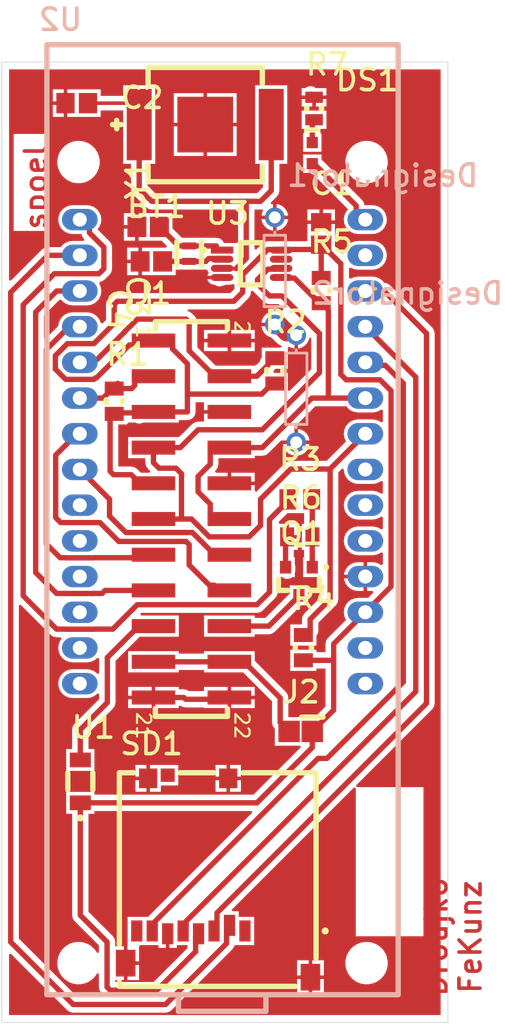
<source format=kicad_pcb>
(kicad_pcb (version 20211014) (generator pcbnew)
  (title_block (date "2022-08-23") (rev "V1") (comment 1 "MainPCB"))
  (layers (0 "F.Cu" signal "Top Layer") (31 "B.Cu" signal "Bottom Layer") (34 "B.Paste" user "Bottom Paste") (35 "F.Paste" user "Top Paste") (36 "B.SilkS" user "Bottom Overlay") (37 "F.SilkS" user "Top Overlay") (38 "B.Mask" user "Bottom Solder") (39 "F.Mask" user "Top Solder") (44 "Edge.Cuts" user))
  (net 0 "")
  (net 1 "VCC_3V3")
  (net 2 "VBAT_3V7")
  (net 3 "STEP")
  (net 4 "SDA_2")
  (net 5 "SDA_1")
  (net 6 "SCL_2")
  (net 7 "SCL_1")
  (net 8 "SCK_SPI")
  (net 9 "NetQ1_1")
  (net 10 "NetDS1_2")
  (net 11 "NetDS1_1")
  (net 12 "NetC4_2")
  (net 13 "NetC3_2")
  (net 14 "NetBT1_2")
  (net 15 "MOTOR_SUPPLY_EN")
  (net 16 "Motor_EN")
  (net 17 "MOSI")
  (net 18 "MISO")
  (net 19 "Kathode")
  (net 20 "IR_LED")
  (net 21 "GND")
  (net 22 "DIR")
  (net 23 "CS")
  (net 24 "Anode")
  (footprint "Vault:CAPC2013X140X50NL20T25" (layer "F.Cu") (at 137.960097 73.7616)
    (fp_text reference "C2" (at 3.010411 0.507754 unlocked) (layer "F.SilkS") (effects (font (size 1.524 1.524) (thickness 0.254)) (justify left bottom)))
    (fp_text value "100nF" hide)
    (pad "1" smd rect (at -0.8 0 90) (size 1.45 1.3) (layers "F.Cu" "F.Paste" "F.Mask") (net 21 "GND"))
    (pad "2" smd rect (at 0.799998 0 90) (size 1.45 1.3) (layers "F.Cu" "F.Paste" "F.Mask") (net 14 "NetBT1_2"))
  )
  (footprint "Vault:RESC2013X60X35NL10T20" (layer "F.Cu") (at 154.089097 112.5076 -90)
    (fp_text reference "R4" (at -2.6018 0.889 unlocked) (layer "F.SilkS") (effects (font (size 1.524 1.524) (thickness 0.254)) (justify left bottom)))
    (fp_text value "10k" hide)
    (pad "1" smd rect (at -0.9 0) (size 1.35 1) (layers "F.Cu" "F.Paste" "F.Mask") (net 7 "SCL_1"))
    (pad "2" smd rect (at 0.9 0) (size 1.35 1) (layers "F.Cu" "F.Paste" "F.Mask") (net 1 "VCC_3V3"))
  )
  (footprint "Vault:RESC2013X60X35LL10T20" (layer "F.Cu") (at 154.851097 74.1426 90)
    (fp_text reference "R7" (at 2.2606 -0.7366 unlocked) (layer "F.SilkS") (effects (font (size 1.524 1.524) (thickness 0.254)) (justify left bottom)))
    (fp_text value "330R" hide)
    (pad "1" smd rect (at -0.8 0 180) (size 1.25 0.8) (layers "F.Cu" "F.Paste" "F.Mask") (net 10 "NetDS1_2"))
    (pad "2" smd rect (at 0.799998 0 180) (size 1.25 0.8) (layers "F.Cu" "F.Paste" "F.Mask") (net 21 "GND"))
  )
  (footprint "Vault:DIOD-POWERDI123-2_B_V" (layer "F.Cu") (at 138.214097 122.0226 90)
    (fp_text reference "U1" (at 2.9474 -0.762 unlocked) (layer "F.SilkS") (effects (font (size 1.524 1.524) (thickness 0.254)) (justify left bottom)))
    (fp_text value "AL5809-50P1-7" hide)
    (pad "1" smd rect (at -1.525 0 90) (size 1.05 1.5) (layers "F.Cu" "F.Paste" "F.Mask") (net 1 "VCC_3V3"))
    (pad "2" smd rect (at 1.525 0 90) (size 1.05 1.5) (layers "F.Cu" "F.Paste" "F.Mask") (net 24 "Anode"))
  )
  (footprint "Vault:FP-2998-MFG" (layer "F.Cu") (at 147.104097 75.2856)
    (fp_text reference "BT1" (at -5.714423 6.730754 unlocked) (layer "F.SilkS") (effects (font (size 1.524 1.524) (thickness 0.254)) (justify left bottom)))
    (fp_text value "LR621" hide)
    (pad "1" smd rect (at 0 0) (size 3.9624 3.9624) (layers "F.Cu" "F.Paste" "F.Mask") (net 21 "GND"))
    (pad "2" smd rect (at -4.699 0) (size 1.778 5.08) (layers "F.Cu" "F.Paste" "F.Mask") (net 14 "NetBT1_2"))
    (pad "2" smd rect (at 4.699 0) (size 1.778 5.08) (layers "F.Cu" "F.Paste" "F.Mask") (net 14 "NetBT1_2"))
  )
  (footprint "Vault:FP-ABS05-MFG" (layer "F.Cu") (at 145.961097 84.4716 -90)
    (fp_text reference "Y1" (at -3.72533 2.794246 90 unlocked) (layer "F.SilkS") (effects (font (size 1.524 1.524) (thickness 0.254)) (justify left bottom)))
    (fp_text value "32.768KHZ" hide)
    (pad "1" smd rect (at -0.55 0 270) (size 0.5 1) (layers "F.Cu" "F.Paste" "F.Mask") (net 13 "NetC3_2"))
    (pad "2" smd rect (at 0.549998 0 270) (size 0.5 1) (layers "F.Cu" "F.Paste" "F.Mask") (net 12 "NetC4_2"))
  )
  (footprint "Vault:RESC2013X60X35NL10T20" (layer "F.Cu") (at 152.057097 92.8116 -90)
    (fp_text reference "R2" (at -2.5908 0.889 unlocked) (layer "F.SilkS") (effects (font (size 1.524 1.524) (thickness 0.254)) (justify left bottom)))
    (fp_text value "10k" hide)
    (pad "1" smd rect (at -0.9 0) (size 1.35 1) (layers "F.Cu" "F.Paste" "F.Mask") (net 4 "SDA_2"))
    (pad "2" smd rect (at 0.899998 0) (size 1.35 1) (layers "F.Cu" "F.Paste" "F.Mask") (net 1 "VCC_3V3"))
  )
  (footprint "Vault:RESC2013X60X35NL10T20" (layer "F.Cu") (at 153.835097 104.6226)
    (fp_text reference "R6" (at -1.5748 -1.905 unlocked) (layer "F.SilkS") (effects (font (size 1.524 1.524) (thickness 0.254)) (justify left bottom)))
    (fp_text value "n.c." hide)
    (pad "1" smd rect (at -0.9 0 90) (size 1.35 1) (layers "F.Cu" "F.Paste" "F.Mask") (net 21 "GND"))
    (pad "2" smd rect (at 0.899998 0 90) (size 1.35 1) (layers "F.Cu" "F.Paste" "F.Mask") (net 9 "NetQ1_1"))
  )
  (footprint "Vault:CAPC2013X140X50NL20T25" (layer "F.Cu") (at 155.359097 83.0326 -90)
    (fp_text reference "C1" (at -2.6416 0.9398 unlocked) (layer "F.SilkS") (effects (font (size 1.524 1.524) (thickness 0.254)) (justify left bottom)))
    (fp_text value "100nF" hide)
    (pad "1" smd rect (at -0.8 0) (size 1.45 1.3) (layers "F.Cu" "F.Paste" "F.Mask") (net 21 "GND"))
    (pad "2" smd rect (at 0.799998 0) (size 1.45 1.3) (layers "F.Cu" "F.Paste" "F.Mask") (net 1 "VCC_3V3"))
  )
  (footprint "Vault:CAPC2013X115X51NL20T26" (layer "F.Cu") (at 143.273101 85.021598)
    (fp_text reference "C4" (at -3.174751 1.778414 270 unlocked) (layer "F.SilkS") (effects (font (size 1.524 1.524) (thickness 0.254)) (justify left bottom)))
    (fp_text value "10pF" hide)
    (pad "1" smd rect (at -0.800001 0 90) (size 1.45 1.35) (layers "F.Cu" "F.Paste" "F.Mask") (net 21 "GND"))
    (pad "2" smd rect (at 0.799999 0 90) (size 1.45 1.35) (layers "F.Cu" "F.Paste" "F.Mask") (net 12 "NetC4_2"))
  )
  (footprint "Vault:AVAG-HSMX-C190_V" (layer "F.Cu") (at 154.724097 77.3176 90)
    (fp_text reference "DS1" (at 4.318246 1.524577 unlocked) (layer "F.SilkS") (effects (font (size 1.524 1.524) (thickness 0.254)) (justify left bottom)))
    (fp_text value "HSMH-C190" hide)
    (pad "1" smd rect (at -0.74992 -0.000081 90) (size 0.8 0.8) (layers "F.Cu" "F.Paste" "F.Mask") (net 11 "NetDS1_1"))
    (pad "2" smd rect (at 0.750082 -0.000081 270) (size 0.8 0.8) (layers "F.Cu" "F.Paste" "F.Mask") (net 10 "NetDS1_2"))
  )
  (footprint "Vault:FP-SOT505-1-IPC_B" (layer "F.Cu") (at 150.406097 85.1916)
    (fp_text reference "U3" (at -3.4036 -2.6924 unlocked) (layer "F.SilkS") (effects (font (size 1.524 1.524) (thickness 0.254)) (justify left bottom)))
    (fp_text value "PCF85263ATT/AJ" hide)
    (pad "1" smd rect (at -2.100481 -0.975) (size 1.605237 0.5) (layers "F.Cu" "F.Paste" "F.Mask") (net 13 "NetC3_2"))
    (pad "2" smd roundrect (at -2.100481 -0.325) (size 1.605237 0.5) (layers "F.Cu" "F.Paste" "F.Mask") (roundrect_rratio 0.5) (net 12 "NetC4_2"))
    (pad "3" smd roundrect (at -2.100481 0.325) (size 1.605237 0.5) (layers "F.Cu" "F.Paste" "F.Mask") (roundrect_rratio 0.5) (net 14 "NetBT1_2"))
    (pad "4" smd roundrect (at -2.100481 0.975) (size 1.605237 0.5) (layers "F.Cu" "F.Paste" "F.Mask") (roundrect_rratio 0.5) (net 21 "GND"))
    (pad "5" smd roundrect (at 2.100481 0.975) (size 1.605237 0.5) (layers "F.Cu" "F.Paste" "F.Mask") (roundrect_rratio 0.5) (net 5 "SDA_1"))
    (pad "6" smd roundrect (at 2.100481 0.325) (size 1.605237 0.5) (layers "F.Cu" "F.Paste" "F.Mask") (roundrect_rratio 0.5) (net 7 "SCL_1"))
    (pad "7" smd roundrect (at 2.100481 -0.325) (size 1.605237 0.5) (layers "F.Cu" "F.Paste" "F.Mask") (roundrect_rratio 0.5))
    (pad "8" smd roundrect (at 2.100481 -0.975) (size 1.605237 0.5) (layers "F.Cu" "F.Paste" "F.Mask") (roundrect_rratio 0.5) (net 1 "VCC_3V3"))
  )
  (footprint "Vault:ONSC-SOT-23-3-318-08_V" (layer "F.Cu") (at 153.774097 107.7816 -90)
    (fp_text reference "Q1" (at -2.4986 1.4884 unlocked) (layer "F.SilkS") (effects (font (size 1.524 1.524) (thickness 0.254)) (justify left bottom)))
    (fp_text value "2N7002LT1G" hide)
    (pad "1" smd rect (at -1 -0.95) (size 0.8 0.9) (layers "F.Cu" "F.Paste" "F.Mask") (net 9 "NetQ1_1"))
    (pad "2" smd rect (at -1 0.95) (size 0.8 0.9) (layers "F.Cu" "F.Paste" "F.Mask") (net 21 "GND"))
    (pad "3" smd rect (at 1 0) (size 0.8 0.9) (layers "F.Cu" "F.Paste" "F.Mask") (net 19 "Kathode"))
  )
  (footprint "Vault:RESC2013X60X35NL10T20" (layer "F.Cu") (at 155.359097 87.0966 90)
    (fp_text reference "R5" (at 2.5908 -0.889 unlocked) (layer "F.SilkS") (effects (font (size 1.524 1.524) (thickness 0.254)) (justify left bottom)))
    (fp_text value "10k" hide)
    (pad "1" smd rect (at -0.9 0 180) (size 1.35 1) (layers "F.Cu" "F.Paste" "F.Mask") (net 5 "SDA_1"))
    (pad "2" smd rect (at 0.899998 0 180) (size 1.35 1) (layers "F.Cu" "F.Paste" "F.Mask") (net 1 "VCC_3V3"))
  )
  (footprint "Vault:MOLX-473521001_V" (layer "F.Cu") (at 147.993097 129.0066)
    (fp_text reference "SD1" (at -7.0866 -8.763 unlocked) (layer "F.SilkS") (effects (font (size 1.524 1.524) (thickness 0.254)) (justify left bottom)))
    (fp_text value "473521001" hide)
    (pad "1" smd rect (at 1.94 3.66) (size 0.8 1.5) (layers "F.Cu" "F.Paste" "F.Mask"))
    (pad "2" smd rect (at 0.84 3.26) (size 0.8 1.5) (layers "F.Cu" "F.Paste" "F.Mask") (net 23 "CS"))
    (pad "3" smd rect (at -0.26 3.66) (size 0.8 1.5) (layers "F.Cu" "F.Paste" "F.Mask") (net 17 "MOSI"))
    (pad "4" smd rect (at -1.36 3.86) (size 0.8 1.5) (layers "F.Cu" "F.Paste" "F.Mask") (net 1 "VCC_3V3"))
    (pad "5" smd rect (at -2.46 3.66) (size 0.8 1.5) (layers "F.Cu" "F.Paste" "F.Mask") (net 8 "SCK_SPI"))
    (pad "6" smd rect (at -3.56 3.86) (size 0.8 1.5) (layers "F.Cu" "F.Paste" "F.Mask") (net 21 "GND"))
    (pad "7" smd rect (at -4.66 3.66) (size 0.8 1.5) (layers "F.Cu" "F.Paste" "F.Mask") (net 18 "MISO"))
    (pad "8" smd rect (at -5.76 3.66) (size 0.8 1.5) (layers "F.Cu" "F.Paste" "F.Mask"))
    (pad "9" smd rect (at -3.56 -7.425) (size 1 0.95) (layers "F.Cu" "F.Paste" "F.Mask"))
    (pad "10" smd rect (at -4.95 -7.2) (size 1.3 1.4) (layers "F.Cu" "F.Paste" "F.Mask") (net 21 "GND"))
    (pad "11" smd rect (at 0.75 -7.2) (size 1.3 1.4) (layers "F.Cu" "F.Paste" "F.Mask") (net 21 "GND"))
    (pad "12" smd rect (at 6.600002 6.95) (size 1.4 1.9) (layers "F.Cu" "F.Paste" "F.Mask") (net 21 "GND"))
    (pad "13" smd rect (at -6.55 5.95) (size 1.4 1.9) (layers "F.Cu" "F.Paste" "F.Mask") (net 21 "GND"))
  )
  (footprint "Vault:RESC2013X60X40NL20T25" (layer "F.Cu") (at 153.835097 101.9556)
    (fp_text reference "R3" (at -1.6256 -1.9558 unlocked) (layer "F.SilkS") (effects (font (size 1.524 1.524) (thickness 0.254)) (justify left bottom)))
    (fp_text value "330R" hide)
    (pad "1" smd rect (at -0.85 0 90) (size 1.45 1.2) (layers "F.Cu" "F.Paste" "F.Mask") (net 20 "IR_LED"))
    (pad "2" smd rect (at 0.849998 0 90) (size 1.45 1.2) (layers "F.Cu" "F.Paste" "F.Mask") (net 9 "NetQ1_1"))
  )
  (footprint "Vault:61002221121" (layer "F.Cu") (at 146.121094 103.3526 -90)
    (fp_text reference "J1" (at -15.1384 4.223997 unlocked) (layer "F.SilkS") (effects (font (size 1.524 1.524) (thickness 0.254)) (justify left bottom)))
    (fp_text value "61002221121" hide)
    (fp_text user "21" (at 13.63 3.999999 -90 unlocked) (layer "F.SilkS") (effects (font (size 1.016 1.016) (thickness 0.1524)) (justify left bottom)))
    (fp_text user "22" (at 13.63 -2.999999 -90 unlocked) (layer "F.SilkS") (effects (font (size 1.016 1.016) (thickness 0.1524)) (justify left bottom)))
    (fp_text user "1" (at -13.93 3.999999 -90 unlocked) (layer "F.SilkS") (effects (font (size 1.016 1.016) (thickness 0.1524)) (justify left bottom)))
    (fp_text user "2" (at -14.23 -2.999999 -90 unlocked) (layer "F.SilkS") (effects (font (size 1.016 1.016) (thickness 0.1524)) (justify left bottom)))
    (pad "1" smd rect (at -12.7 2.699997 270) (size 1 3.1) (layers "F.Cu" "F.Paste" "F.Mask") (net 1 "VCC_3V3"))
    (pad "2" smd rect (at -12.7 -2.700003 270) (size 1 3.1) (layers "F.Cu" "F.Paste" "F.Mask") (net 21 "GND"))
    (pad "3" smd rect (at -10.16 2.699997 270) (size 1 3.1) (layers "F.Cu" "F.Paste" "F.Mask") (net 6 "SCL_2"))
    (pad "4" smd rect (at -10.16 -2.700003 270) (size 1 3.1) (layers "F.Cu" "F.Paste" "F.Mask") (net 4 "SDA_2"))
    (pad "5" smd rect (at -7.62 2.699997 270) (size 1 3.1) (layers "F.Cu" "F.Paste" "F.Mask") (net 1 "VCC_3V3"))
    (pad "6" smd rect (at -7.62 -2.700003 270) (size 1 3.1) (layers "F.Cu" "F.Paste" "F.Mask") (net 21 "GND"))
    (pad "7" smd rect (at -5.08 2.699997 270) (size 1 3.1) (layers "F.Cu" "F.Paste" "F.Mask") (net 7 "SCL_1"))
    (pad "8" smd rect (at -5.08 -2.700003 270) (size 1 3.1) (layers "F.Cu" "F.Paste" "F.Mask") (net 5 "SDA_1"))
    (pad "9" smd rect (at -2.54 2.699997 270) (size 1 3.1) (layers "F.Cu" "F.Paste" "F.Mask") (net 1 "VCC_3V3"))
    (pad "10" smd rect (at -2.54 -2.700003 270) (size 1 3.1) (layers "F.Cu" "F.Paste" "F.Mask") (net 21 "GND"))
    (pad "11" smd rect (at 0 2.699997 270) (size 1 3.1) (layers "F.Cu" "F.Paste" "F.Mask") (net 7 "SCL_1"))
    (pad "12" smd rect (at 0 -2.700003 270) (size 1 3.1) (layers "F.Cu" "F.Paste" "F.Mask") (net 5 "SDA_1"))
    (pad "13" smd rect (at 2.54 2.699997 270) (size 1 3.1) (layers "F.Cu" "F.Paste" "F.Mask") (net 3 "STEP"))
    (pad "14" smd rect (at 2.54 -2.700003 270) (size 1 3.1) (layers "F.Cu" "F.Paste" "F.Mask") (net 15 "MOTOR_SUPPLY_EN"))
    (pad "15" smd rect (at 5.08 2.699997 270) (size 1 3.1) (layers "F.Cu" "F.Paste" "F.Mask") (net 22 "DIR"))
    (pad "16" smd rect (at 5.08 -2.700003 270) (size 1 3.1) (layers "F.Cu" "F.Paste" "F.Mask") (net 16 "Motor_EN"))
    (pad "17" smd rect (at 7.62 2.699997 270) (size 1 3.1) (layers "F.Cu" "F.Paste" "F.Mask") (net 24 "Anode"))
    (pad "18" smd rect (at 7.62 -2.700003 270) (size 1 3.1) (layers "F.Cu" "F.Paste" "F.Mask") (net 19 "Kathode"))
    (pad "19" smd rect (at 10.16 2.699997 270) (size 1 3.1) (layers "F.Cu" "F.Paste" "F.Mask") (net 2 "VBAT_3V7"))
    (pad "20" smd rect (at 10.16 -2.700003 270) (size 1 3.1) (layers "F.Cu" "F.Paste" "F.Mask") (net 2 "VBAT_3V7"))
    (pad "21" smd rect (at 12.7 2.699997 270) (size 1 3.1) (layers "F.Cu" "F.Paste" "F.Mask") (net 21 "GND"))
    (pad "22" smd rect (at 12.7 -2.700003 270) (size 1 3.1) (layers "F.Cu" "F.Paste" "F.Mask") (net 21 "GND"))
  )
  (footprint "Vault:RESC2013X60X35NL10T20" (layer "F.Cu") (at 140.627097 94.9706 -90)
    (fp_text reference "R1" (at -2.4384 0.7112 unlocked) (layer "F.SilkS") (effects (font (size 1.524 1.524) (thickness 0.254)) (justify left bottom)))
    (fp_text value "10k" hide)
    (pad "1" smd rect (at -0.9 0) (size 1.35 1) (layers "F.Cu" "F.Paste" "F.Mask") (net 6 "SCL_2"))
    (pad "2" smd rect (at 0.899998 0) (size 1.35 1) (layers "F.Cu" "F.Paste" "F.Mask") (net 1 "VCC_3V3"))
  )
  (footprint "SwS.PcbLib:2w_Jumper" (layer "F.Cu") (at 154.724097 118.4656 180)
    (fp_text reference "J2" (at 2.2606 1.905 unlocked) (layer "F.SilkS") (effects (font (size 1.524 1.524) (thickness 0.254)) (justify left bottom)))
    (fp_text value "Jumper_2W" hide)
    (pad "1" smd rect (at 0 0 180) (size 1.524 1.524) (layers "F.Cu" "F.Paste" "F.Mask") (net 1 "VCC_3V3"))
    (pad "2" smd rect (at 1.651 0 180) (size 1.524 1.524) (layers "F.Cu" "F.Paste" "F.Mask") (net 2 "VBAT_3V7"))
  )
  (footprint "Vault:CAPC2013X115X51NL20T26" (layer "F.Cu") (at 143.044097 82.5666)
    (fp_text reference "C3" (at -1.650753 3.30241 270 unlocked) (layer "F.SilkS") (effects (font (size 1.524 1.524) (thickness 0.254)) (justify left bottom)))
    (fp_text value "10pF" hide)
    (pad "1" smd rect (at -0.8 0 90) (size 1.45 1.35) (layers "F.Cu" "F.Paste" "F.Mask") (net 21 "GND"))
    (pad "2" smd rect (at 0.8 0 90) (size 1.45 1.35) (layers "F.Cu" "F.Paste" "F.Mask") (net 13 "NetC3_2"))
  )
  (footprint "C:_Users_Public_Documents_Altium_AD21_Library_Miscellaneous Devices.IntLib_AXIAL-0.3" (layer "B.Cu") (at 152.057097 85.6996 90)
    (fp_text reference "Designator1" (at 5.8928 14.6304 unlocked) (layer "B.SilkS") (effects (font (size 1.524 1.524) (thickness 0.254)) (justify left bottom mirror)))
    (fp_text value "Comment" hide)
    (pad "1" thru_hole circle (at -3.81 0 90) (size 1.4 1.4) (drill 0.85) (layers *.Cu *.Mask) (net 21 "GND"))
    (pad "2" thru_hole circle (at 3.81 0 90) (size 1.4 1.4) (drill 0.85) (layers *.Cu *.Mask) (net 21 "GND"))
  )
  (footprint "C:_Users_Public_Documents_Altium_AD21_Library_Miscellaneous Devices.IntLib_AXIAL-0.3" (layer "B.Cu") (at 153.581097 94.0816 90)
    (fp_text reference "Designator2" (at 5.8928 14.884319 unlocked) (layer "B.SilkS") (effects (font (size 1.524 1.524) (thickness 0.254)) (justify left bottom mirror)))
    (fp_text value "Comment" hide)
    (pad "1" thru_hole circle (at -3.81 0 90) (size 1.4 1.4) (drill 0.85) (layers *.Cu *.Mask) (net 21 "GND"))
    (pad "2" thru_hole circle (at 3.81 0 90) (size 1.4 1.4) (drill 0.85) (layers *.Cu *.Mask) (net 21 "GND"))
  )
  (footprint "SwS.PcbLib:ArduinoMKR" (layer "B.Cu") (at 138.087097 134.95274 90)
    (fp_text reference "U2" (at 66.24574 0.4064 unlocked) (layer "B.SilkS") (effects (font (size 1.524 1.524) (thickness 0.254)) (justify left bottom mirror)))
    (fp_text value "Arduino MKR 1310" hide)
    (pad "1" thru_hole oval locked (at 19.884898 0.09017 90) (size 1.524 2.54) (drill 0.999998) (layers *.Cu *.Mask))
    (pad "2" thru_hole oval locked (at 22.424898 0.09017 90) (size 1.524 2.54) (drill 0.999998) (layers *.Cu *.Mask))
    (pad "3" thru_hole oval locked (at 24.964898 0.09017 90) (size 1.524 2.54) (drill 0.999998) (layers *.Cu *.Mask))
    (pad "4" thru_hole oval locked (at 27.504898 0.09017 90) (size 1.524 2.54) (drill 0.999998) (layers *.Cu *.Mask))
    (pad "5" thru_hole oval locked (at 30.044898 0.09017 90) (size 1.524 2.54) (drill 0.999998) (layers *.Cu *.Mask))
    (pad "6" thru_hole oval locked (at 32.584898 0.09017 90) (size 1.524 2.54) (drill 0.999998) (layers *.Cu *.Mask))
    (pad "7" thru_hole oval locked (at 35.124898 0.09017 270) (size 1.524 2.54) (drill 0.999998) (layers *.Cu *.Mask) (net 15 "MOTOR_SUPPLY_EN"))
    (pad "8" thru_hole oval locked (at 37.664898 0.09017 90) (size 1.524 2.54) (drill 0.999998) (layers *.Cu *.Mask) (net 16 "Motor_EN"))
    (pad "9" thru_hole oval locked (at 40.204898 0.09017 90) (size 1.524 2.54) (drill 0.999998) (layers *.Cu *.Mask) (net 6 "SCL_2"))
    (pad "10" thru_hole oval locked (at 42.744898 0.09017 90) (size 1.524 2.54) (drill 0.999998) (layers *.Cu *.Mask) (net 4 "SDA_2"))
    (pad "11" thru_hole oval locked (at 45.284898 0.09017 90) (size 1.524 2.54) (drill 0.999998) (layers *.Cu *.Mask) (net 3 "STEP"))
    (pad "12" thru_hole oval locked (at 47.824898 0.09017 90) (size 1.524 2.54) (drill 0.999998) (layers *.Cu *.Mask) (net 22 "DIR"))
    (pad "13" thru_hole oval locked (at 50.364898 0.09017 90) (size 1.524 2.54) (drill 0.999998) (layers *.Cu *.Mask) (net 23 "CS"))
    (pad "14" thru_hole oval locked (at 52.904898 0.09017 90) (size 1.524 2.54) (drill 0.999998) (layers *.Cu *.Mask) (net 20 "IR_LED"))
    (pad "15" thru_hole oval locked (at 52.904898 20.41017 270) (size 1.524 2.54) (drill 0.999998) (layers *.Cu *.Mask) (net 11 "NetDS1_1"))
    (pad "16" thru_hole oval locked (at 50.364898 20.41017 270) (size 1.524 2.54) (drill 0.999998) (layers *.Cu *.Mask))
    (pad "17" thru_hole oval locked (at 47.824898 20.41017 270) (size 1.524 2.54) (drill 0.999998) (layers *.Cu *.Mask) (net 17 "MOSI"))
    (pad "18" thru_hole oval locked (at 45.284898 20.41017 270) (size 1.524 2.54) (drill 0.999998) (layers *.Cu *.Mask) (net 8 "SCK_SPI"))
    (pad "19" thru_hole oval locked (at 42.744898 20.41017 270) (size 1.524 2.54) (drill 0.999998) (layers *.Cu *.Mask) (net 18 "MISO"))
    (pad "20" thru_hole oval locked (at 40.204898 20.41017 270) (size 1.524 2.54) (drill 0.999998) (layers *.Cu *.Mask) (net 5 "SDA_1"))
    (pad "21" thru_hole oval locked (at 37.664898 20.41017 270) (size 1.524 2.54) (drill 0.999998) (layers *.Cu *.Mask) (net 7 "SCL_1"))
    (pad "22" thru_hole oval locked (at 35.124898 20.41017 270) (size 1.524 2.54) (drill 0.999998) (layers *.Cu *.Mask))
    (pad "23" thru_hole oval locked (at 32.584898 20.41017 270) (size 1.524 2.54) (drill 0.999998) (layers *.Cu *.Mask))
    (pad "24" thru_hole oval locked (at 30.044898 20.41017 270) (size 1.524 2.54) (drill 0.999998) (layers *.Cu *.Mask))
    (pad "25" thru_hole oval locked (at 27.504898 20.41017 270) (size 1.524 2.54) (drill 0.999998) (layers *.Cu *.Mask) (net 21 "GND"))
    (pad "26" thru_hole oval locked (at 24.964898 20.41017 270) (size 1.524 2.54) (drill 0.999998) (layers *.Cu *.Mask) (net 1 "VCC_3V3"))
    (pad "27" thru_hole oval locked (at 22.424898 20.41017 270) (size 1.524 2.54) (drill 0.999998) (layers *.Cu *.Mask))
    (pad "28" thru_hole oval locked (at 19.884898 20.41017 270) (size 1.524 2.54) (drill 0.999998) (layers *.Cu *.Mask))
    (pad "MH1" np_thru_hole circle locked (at 0 0 90) (size 2.500122 2.500122) (drill 2.500122) (layers F&B.Cu *.Mask))
    (pad "MH2" np_thru_hole circle locked (at 0 20.500086 90) (size 2.500122 2.500122) (drill 2.500122) (layers F&B.Cu *.Mask))
    (pad "MH3" np_thru_hole circle locked (at 57.00014 20.500086 90) (size 2.500122 2.500122) (drill 2.500122) (layers F&B.Cu *.Mask))
    (pad "MH4" np_thru_hole circle locked (at 57.00014 0 90) (size 2.500122 2.500122) (drill 2.500122) (layers F&B.Cu *.Mask))
  )
  (gr_line (start 164.376097 139.1666) (end 132.626102 139.1666) (layer "Edge.Cuts") (width 0.05))
  (gr_line (start 132.626102 70.840603) (end 164.376092 70.8406) (layer "Edge.Cuts") (width 0.05))
  (gr_line (start 132.626102 139.1666) (end 132.626102 70.840603) (layer "Edge.Cuts") (width 0.05))
  (gr_line (start 164.376092 70.8406) (end 164.376097 139.1666) (layer "Edge.Cuts") (width 0.05))
  (gr_text "Droujko\nFeKunz" (at 162.688465 133.093287 90) (layer "F.Cu") (effects (font (size 1.5 1.5) (thickness 0.254)) (justify top)))
  (gr_text "spoel" (at 135.928097 82.9056 90) (layer "F.Cu") (effects (font (size 1.5 1.5) (thickness 0.254)) (justify left bottom)))
  (segment (start 156.756097 93.064157) (end 156.756097 85.191595) (width 0.381) (layer "F.Cu") (net 1))
  (segment (start 143.675097 136.8806) (end 146.423595 134.132102) (width 0.381) (layer "F.Cu") (net 1))
  (segment (start 137.169519 93.414342) (end 139.185015 93.414342) (width 0.381) (layer "F.Cu") (net 1))
  (segment (start 144.161593 90.962102) (end 144.471095 90.6526) (width 0.381) (layer "F.Cu") (net 1))
  (segment (start 138.214097 131.5466) (end 138.214097 123.5476) (width 0.381) (layer "F.Cu") (net 1))
  (segment (start 150.785097 123.5476) (end 154.724097 119.6086) (width 0.381) (layer "F.Cu") (net 1))
  (segment (start 145.834097 94.4626) (end 145.834097 92.3036) (width 0.381) (layer "F.Cu") (net 1))
  (segment (start 154.089097 113.4076) (end 156.143097 113.4076) (width 0.381) (layer "F.Cu") (net 1))
  (segment (start 156.756097 93.064157) (end 157.13854 93.4466) (width 0.381) (layer "F.Cu") (net 1))
  (segment (start 160.330766 108.154343) (end 160.330766 94.227269) (width 0.381) (layer "F.Cu") (net 1))
  (segment (start 142.061598 100.503098) (end 142.061598 100.422784) (width 0.381) (layer "F.Cu") (net 1))
  (segment (start 155.650097 84.0486) (end 155.893597 84.2921) (width 0.381) (layer "F.Cu") (net 1))
  (segment (start 141.714595 90.962102) (end 144.161593 90.962102) (width 0.381) (layer "F.Cu") (net 1))
  (segment (start 156.248097 116.9416) (end 156.248097 113.5126) (width 0.381) (layer "F.Cu") (net 1))
  (segment (start 154.724097 119.6086) (end 154.724097 118.4656) (width 0.381) (layer "F.Cu") (net 1))
  (segment (start 151.131097 94.4626) (end 151.882099 93.711598) (width 0.381) (layer "F.Cu") (net 1))
  (segment (start 144.780596 91.250099) (end 145.834097 92.3036) (width 0.381) (layer "F.Cu") (net 1))
  (segment (start 154.724097 118.4656) (end 156.248097 116.9416) (width 0.381) (layer "F.Cu") (net 1))
  (segment (start 140.342282 136.8806) (end 143.675097 136.8806) (width 0.381) (layer "F.Cu") (net 1))
  (segment (start 155.893597 84.329095) (end 156.756097 85.191595) (width 0.381) (layer "F.Cu") (net 1))
  (segment (start 139.185015 93.414342) (end 139.279757 93.3196) (width 0.381) (layer "F.Cu") (net 1))
  (segment (start 155.359097 86.196602) (end 155.359097 84.0486) (width 0.381) (layer "F.Cu") (net 1))
  (segment (start 136.436097 92.68092) (end 137.169519 93.414342) (width 0.381) (layer "F.Cu") (net 1))
  (segment (start 140.335388 99.955888) (end 140.335388 96.162307) (width 0.381) (layer "F.Cu") (net 1))
  (segment (start 156.143097 113.4076) (end 156.248097 113.5126) (width 0.381) (layer "F.Cu") (net 1))
  (segment (start 142.220097 95.8016) (end 142.405097 95.9866) (width 0.381) (layer "F.Cu") (net 1))
  (segment (start 140.335388 99.955888) (end 140.579099 100.1996) (width 0.381) (layer "F.Cu") (net 1))
  (segment (start 155.359097 84.0486) (end 155.650097 84.0486) (width 0.381) (layer "F.Cu") (net 1))
  (segment (start 139.185015 90.874342) (end 140.627097 89.43226) (width 0.381) (layer "F.Cu") (net 1))
  (segment (start 141.838413 100.1996) (end 142.061598 100.422784) (width 0.381) (layer "F.Cu") (net 1))
  (segment (start 140.119097 136.657415) (end 140.342282 136.8806) (width 0.381) (layer "F.Cu") (net 1))
  (segment (start 149.771097 87.2236) (end 149.771097 85.962625) (width 0.381) (layer "F.Cu") (net 1))
  (segment (start 145.834097 95.7326) (end 145.834097 94.4626) (width 0.381) (layer "F.Cu") (net 1))
  (segment (start 155.893597 84.329095) (end 155.893597 84.2921) (width 0.381) (layer "F.Cu") (net 1))
  (segment (start 144.471095 90.6526) (end 144.780596 90.962102) (width 0.381) (layer "F.Cu") (net 1))
  (segment (start 142.405097 95.9866) (end 142.659097 95.7326) (width 0.381) (layer "F.Cu") (net 1))
  (segment (start 151.561622 84.1721) (end 155.019596 84.1721) (width 0.381) (layer "F.Cu") (net 1))
  (segment (start 140.119097 136.657415) (end 140.119097 133.4516) (width 0.381) (layer "F.Cu") (net 1))
  (segment (start 140.627097 89.43226) (end 140.627097 88.081785) (width 0.381) (layer "F.Cu") (net 1))
  (segment (start 140.579099 100.1996) (end 141.838413 100.1996) (width 0.381) (layer "F.Cu") (net 1))
  (segment (start 142.659097 95.7326) (end 145.834097 95.7326) (width 0.381) (layer "F.Cu") (net 1))
  (segment (start 136.436097 92.68092) (end 136.436097 91.734764) (width 0.381) (layer "F.Cu") (net 1))
  (segment (start 139.357097 93.3196) (end 141.714595 90.962102) (width 0.381) (layer "F.Cu") (net 1))
  (segment (start 142.061598 100.503098) (end 142.371099 100.8126) (width 0.381) (layer "F.Cu") (net 1))
  (segment (start 137.296519 90.874342) (end 139.185015 90.874342) (width 0.381) (layer "F.Cu") (net 1))
  (segment (start 149.136097 87.8586) (end 149.771097 87.2236) (width 0.381) (layer "F.Cu") (net 1))
  (segment (start 144.780596 91.250099) (end 144.780596 90.962102) (width 0.381) (layer "F.Cu") (net 1))
  (segment (start 149.771097 85.962625) (end 151.561622 84.1721) (width 0.381) (layer "F.Cu") (net 1))
  (segment (start 146.423595 133.076102) (end 146.633097 132.8666) (width 0.381) (layer "F.Cu") (net 1))
  (segment (start 140.850282 87.8586) (end 149.136097 87.8586) (width 0.381) (layer "F.Cu") (net 1))
  (segment (start 140.696097 95.8016) (end 142.220097 95.8016) (width 0.381) (layer "F.Cu") (net 1))
  (segment (start 155.019596 84.1721) (end 155.359097 83.832598) (width 0.381) (layer "F.Cu") (net 1))
  (segment (start 145.834097 94.4626) (end 151.131097 94.4626) (width 0.381) (layer "F.Cu") (net 1))
  (segment (start 139.279757 93.3196) (end 139.357097 93.3196) (width 0.381) (layer "F.Cu") (net 1))
  (segment (start 140.335388 96.162307) (end 140.696097 95.8016) (width 0.381) (layer "F.Cu") (net 1))
  (segment (start 158.497267 109.987842) (end 160.330766 108.154343) (width 0.381) (layer "F.Cu") (net 1))
  (segment (start 138.214097 123.5476) (end 150.785097 123.5476) (width 0.381) (layer "F.Cu") (net 1))
  (segment (start 159.550097 93.4466) (end 160.330766 94.227269) (width 0.381) (layer "F.Cu") (net 1))
  (segment (start 138.214097 131.5466) (end 140.119097 133.4516) (width 0.381) (layer "F.Cu") (net 1))
  (segment (start 146.423595 134.132102) (end 146.423595 133.076102) (width 0.381) (layer "F.Cu") (net 1))
  (segment (start 156.248097 112.237012) (end 158.497267 109.987842) (width 0.381) (layer "F.Cu") (net 1))
  (segment (start 140.627097 88.081785) (end 140.850282 87.8586) (width 0.381) (layer "F.Cu") (net 1))
  (segment (start 136.436097 91.734764) (end 137.296519 90.874342) (width 0.381) (layer "F.Cu") (net 1))
  (segment (start 157.13854 93.4466) (end 159.550097 93.4466) (width 0.381) (layer "F.Cu") (net 1))
  (segment (start 156.248097 113.5126) (end 156.248097 112.237012) (width 0.381) (layer "F.Cu") (net 1))
  (segment (start 151.882099 93.711598) (end 152.057097 93.711598) (width 0.381) (layer "F.Cu") (net 1))
  (segment (start 152.946097 118.3386) (end 153.073097 118.3386) (width 0.381) (layer "F.Cu") (net 2))
  (segment (start 143.421097 113.5126) (end 148.821097 113.5126) (width 0.381) (layer "F.Cu") (net 2))
  (segment (start 148.821097 113.5126) (end 149.871094 113.5126) (width 0.381) (layer "F.Cu") (net 2))
  (segment (start 153.073097 118.4656) (end 153.073097 118.3386) (width 0.381) (layer "F.Cu") (net 2))
  (segment (start 149.871094 113.5126) (end 152.438097 116.079603) (width 0.381) (layer "F.Cu") (net 2))
  (segment (start 152.438097 117.8306) (end 152.438097 116.079603) (width 0.381) (layer "F.Cu") (net 2))
  (segment (start 152.438097 117.8306) (end 152.946097 118.3386) (width 0.381) (layer "F.Cu") (net 2))
  (segment (start 135.801097 105.130597) (end 135.801097 91.2876) (width 0.381) (layer "F.Cu") (net 3))
  (segment (start 142.913097 105.8926) (end 143.421097 105.8926) (width 0.381) (layer "F.Cu") (net 3))
  (segment (start 139.185015 106.114342) (end 139.193016 106.106341) (width 0.381) (layer "F.Cu") (net 3))
  (segment (start 136.776841 106.106341) (end 137.161518 106.106341) (width 0.381) (layer "F.Cu") (net 3))
  (segment (start 137.420855 89.667842) (end 138.177267 89.667842) (width 0.381) (layer "F.Cu") (net 3))
  (segment (start 137.169519 106.114342) (end 139.185015 106.114342) (width 0.381) (layer "F.Cu") (net 3))
  (segment (start 135.801097 91.2876) (end 137.420855 89.667842) (width 0.381) (layer "F.Cu") (net 3))
  (segment (start 135.801097 105.130597) (end 136.776841 106.106341) (width 0.381) (layer "F.Cu") (net 3))
  (segment (start 139.193016 106.106341) (end 142.618838 106.106341) (width 0.381) (layer "F.Cu") (net 3))
  (segment (start 137.161518 106.106341) (end 137.169519 106.114342) (width 0.381) (layer "F.Cu") (net 3))
  (segment (start 142.618838 106.106341) (end 142.659097 106.1466) (width 0.381) (layer "F.Cu") (net 3))
  (segment (start 142.659097 106.1466) (end 142.913097 105.8926) (width 0.381) (layer "F.Cu") (net 3))
  (segment (start 151.882099 91.9116) (end 152.057097 91.9116) (width 0.381) (layer "F.Cu") (net 4))
  (segment (start 147.461597 92.883098) (end 147.771097 93.1926) (width 0.381) (layer "F.Cu") (net 4))
  (segment (start 145.961097 91.382596) (end 145.961097 89.351785) (width 0.381) (layer "F.Cu") (net 4))
  (segment (start 145.737912 89.1286) (end 145.961097 89.351785) (width 0.381) (layer "F.Cu") (net 4))
  (segment (start 139.41872 91.98914) (end 141.426598 89.981263) (width 0.381) (layer "F.Cu") (net 4))
  (segment (start 142.27926 89.1286) (end 145.737912 89.1286) (width 0.381) (layer "F.Cu") (net 4))
  (segment (start 150.772477 93.1926) (end 151.572597 92.39248) (width 0.381) (layer "F.Cu") (net 4))
  (segment (start 145.961097 91.382596) (end 147.461597 92.883096) (width 0.381) (layer "F.Cu") (net 4))
  (segment (start 141.686981 89.708098) (end 141.699762 89.708098) (width 0.381) (layer "F.Cu") (net 4))
  (segment (start 138.177267 92.207842) (end 138.395969 91.98914) (width 0.381) (layer "F.Cu") (net 4))
  (segment (start 141.426598 89.981263) (end 141.426598 89.968481) (width 0.381) (layer "F.Cu") (net 4))
  (segment (start 147.461597 92.883098) (end 147.461597 92.883096) (width 0.381) (layer "F.Cu") (net 4))
  (segment (start 151.572597 92.39248) (end 151.572597 92.221101) (width 0.381) (layer "F.Cu") (net 4))
  (segment (start 148.821097 93.1926) (end 150.772477 93.1926) (width 0.381) (layer "F.Cu") (net 4))
  (segment (start 141.699762 89.708098) (end 142.27926 89.1286) (width 0.381) (layer "F.Cu") (net 4))
  (segment (start 138.395969 91.98914) (end 139.41872 91.98914) (width 0.381) (layer "F.Cu") (net 4))
  (segment (start 151.572597 92.221101) (end 151.882099 91.9116) (width 0.381) (layer "F.Cu") (net 4))
  (segment (start 141.426598 89.968481) (end 141.686981 89.708098) (width 0.381) (layer "F.Cu") (net 4))
  (segment (start 147.461597 98.582102) (end 147.771097 98.2726) (width 0.381) (layer "F.Cu") (net 5))
  (segment (start 151.168097 98.2726) (end 154.692858 94.747839) (width 0.381) (layer "F.Cu") (net 5))
  (segment (start 155.867097 94.747839) (end 155.867097 88.529287) (width 0.381) (layer "F.Cu") (net 5))
  (segment (start 146.596097 100.320602) (end 147.461597 99.455102) (width 0.381) (layer "F.Cu") (net 5))
  (segment (start 155.4936 88.306102) (end 155.843597 88.306102) (width 0.381) (layer "F.Cu") (net 5))
  (segment (start 146.596097 101.4156) (end 147.461597 102.281098) (width 0.381) (layer "F.Cu") (net 5))
  (segment (start 147.461597 103.043098) (end 147.461597 102.281098) (width 0.381) (layer "F.Cu") (net 5))
  (segment (start 155.843597 88.505787) (end 155.867097 88.529287) (width 0.381) (layer "F.Cu") (net 5))
  (segment (start 153.457597 86.2111) (end 154.874597 87.6281) (width 0.381) (layer "F.Cu") (net 5))
  (segment (start 148.821097 98.2726) (end 151.168097 98.2726) (width 0.381) (layer "F.Cu") (net 5))
  (segment (start 152.209243 86.2111) (end 153.457597 86.2111) (width 0.381) (layer "F.Cu") (net 5))
  (segment (start 147.771097 98.2726) (end 148.821097 98.2726) (width 0.381) (layer "F.Cu") (net 5))
  (segment (start 155.867097 94.747839) (end 155.910569 94.704367) (width 0.381) (layer "F.Cu") (net 5))
  (segment (start 147.771097 103.3526) (end 148.821097 103.3526) (width 0.381) (layer "F.Cu") (net 5))
  (segment (start 146.596097 101.4156) (end 146.596097 100.320602) (width 0.381) (layer "F.Cu") (net 5))
  (segment (start 154.874597 87.687099) (end 155.4936 88.306102) (width 0.381) (layer "F.Cu") (net 5))
  (segment (start 155.843597 88.505787) (end 155.843597 88.306102) (width 0.381) (layer "F.Cu") (net 5))
  (segment (start 154.692858 94.747839) (end 158.497264 94.747839) (width 0.381) (layer "F.Cu") (net 5))
  (segment (start 147.461597 103.043098) (end 147.771097 103.3526) (width 0.381) (layer "F.Cu") (net 5))
  (segment (start 154.874597 87.687099) (end 154.874597 87.6281) (width 0.381) (layer "F.Cu") (net 5))
  (segment (start 147.461597 99.455102) (end 147.461597 98.582102) (width 0.381) (layer "F.Cu") (net 5))
  (segment (start 142.400782 93.1926) (end 143.421097 93.1926) (width 0.381) (layer "F.Cu") (net 6))
  (segment (start 140.627097 94.0706) (end 141.868095 94.0706) (width 0.381) (layer "F.Cu") (net 6))
  (segment (start 138.177267 94.747842) (end 139.833855 94.747842) (width 0.381) (layer "F.Cu") (net 6))
  (segment (start 139.833855 94.747842) (end 140.881097 93.7006) (width 0.381) (layer "F.Cu") (net 6))
  (segment (start 142.09128 93.502102) (end 142.400782 93.1926) (width 0.381) (layer "F.Cu") (net 6))
  (segment (start 142.09128 93.847415) (end 142.09128 93.502102) (width 0.381) (layer "F.Cu") (net 6))
  (segment (start 140.881097 93.8166) (end 140.881097 93.7006) (width 0.381) (layer "F.Cu") (net 6))
  (segment (start 141.868095 94.0706) (end 142.09128 93.847415) (width 0.381) (layer "F.Cu") (net 6))
  (segment (start 140.627097 94.0706) (end 140.881097 93.8166) (width 0.381) (layer "F.Cu") (net 6))
  (segment (start 154.573597 110.4881) (end 155.994097 109.0676) (width 0.381) (layer "F.Cu") (net 7))
  (segment (start 154.089097 111.6076) (end 154.264095 111.6076) (width 0.381) (layer "F.Cu") (net 7))
  (segment (start 151.676097 87.4776) (end 152.565097 87.4776) (width 0.381) (layer "F.Cu") (net 7))
  (segment (start 155.994097 99.791015) (end 158.497267 97.287845) (width 0.381) (layer "F.Cu") (net 7))
  (segment (start 155.988512 99.7966) (end 155.994097 99.791015) (width 0.381) (layer "F.Cu") (net 7))
  (segment (start 158.497267 97.287845) (end 158.497267 97.287842) (width 0.381) (layer "F.Cu") (net 7))
  (segment (start 143.421097 103.3526) (end 145.415594 103.3526) (width 0.381) (layer "F.Cu") (net 7))
  (segment (start 145.415596 103.352597) (end 145.415596 100.128481) (width 0.381) (layer "F.Cu") (net 7))
  (segment (start 151.565787 85.5726) (end 152.057097 85.5726) (width 0.381) (layer "F.Cu") (net 7))
  (segment (start 145.326097 98.2726) (end 146.596097 97.0026) (width 0.381) (layer "F.Cu") (net 7))
  (segment (start 155.994097 109.0676) (end 155.994097 99.791015) (width 0.381) (layer "F.Cu") (net 7))
  (segment (start 153.190478 99.7966) (end 155.988512 99.7966) (width 0.381) (layer "F.Cu") (net 7))
  (segment (start 143.813288 99.736293) (end 145.023408 99.736293) (width 0.381) (layer "F.Cu") (net 7))
  (segment (start 150.826259 86.627762) (end 150.826259 86.312129) (width 0.381) (layer "F.Cu") (net 7))
  (segment (start 145.415594 103.3526) (end 146.129123 103.3526) (width 0.381) (layer "F.Cu") (net 7))
  (segment (start 147.399123 104.6226) (end 150.229714 104.6226) (width 0.381) (layer "F.Cu") (net 7))
  (segment (start 143.421097 99.344102) (end 143.421097 98.2726) (width 0.381) (layer "F.Cu") (net 7))
  (segment (start 154.573597 111.298098) (end 154.573597 110.4881) (width 0.381) (layer "F.Cu") (net 7))
  (segment (start 151.041097 103.811217) (end 151.041097 101.945981) (width 0.381) (layer "F.Cu") (net 7))
  (segment (start 146.129123 103.3526) (end 147.399123 104.6226) (width 0.381) (layer "F.Cu") (net 7))
  (segment (start 155.232097 92.9386) (end 155.232097 90.1446) (width 0.381) (layer "F.Cu") (net 7))
  (segment (start 151.168097 97.0026) (end 155.232097 92.9386) (width 0.381) (layer "F.Cu") (net 7))
  (segment (start 154.264095 111.6076) (end 154.573597 111.298098) (width 0.381) (layer "F.Cu") (net 7))
  (segment (start 151.041097 101.945981) (end 153.190478 99.7966) (width 0.381) (layer "F.Cu") (net 7))
  (segment (start 152.565097 87.4776) (end 155.232097 90.1446) (width 0.381) (layer "F.Cu") (net 7))
  (segment (start 150.826259 86.627762) (end 151.676097 87.4776) (width 0.381) (layer "F.Cu") (net 7))
  (segment (start 145.023408 99.736293) (end 145.415596 100.128481) (width 0.381) (layer "F.Cu") (net 7))
  (segment (start 150.229714 104.6226) (end 151.041097 103.811217) (width 0.381) (layer "F.Cu") (net 7))
  (segment (start 150.826259 86.312129) (end 151.565787 85.5726) (width 0.381) (layer "F.Cu") (net 7))
  (segment (start 143.421097 99.344102) (end 143.813288 99.736293) (width 0.381) (layer "F.Cu") (net 7))
  (segment (start 143.421097 98.2726) (end 145.326097 98.2726) (width 0.381) (layer "F.Cu") (net 7))
  (segment (start 145.415594 103.3526) (end 145.415596 103.352597) (width 0.381) (layer "F.Cu") (net 7))
  (segment (start 146.596097 97.0026) (end 151.168097 97.0026) (width 0.381) (layer "F.Cu") (net 7))
  (segment (start 145.533097 132.6666) (end 145.742599 132.457099) (width 0.381) (layer "F.Cu") (net 8))
  (segment (start 158.497267 89.667842) (end 162.090097 93.260672) (width 0.381) (layer "F.Cu") (net 8))
  (segment (start 162.090097 115.63098) (end 162.090097 93.260672) (width 0.381) (layer "F.Cu") (net 8))
  (segment (start 145.742599 131.978479) (end 162.090097 115.63098) (width 0.381) (layer "F.Cu") (net 8))
  (segment (start 145.742599 132.457099) (end 145.742599 131.978479) (width 0.381) (layer "F.Cu") (net 8))
  (segment (start 154.724097 106.7816) (end 154.724097 101.994602) (width 0.381) (layer "F.Cu") (net 9))
  (segment (start 154.685095 101.9556) (end 154.724097 101.994602) (width 0.381) (layer "F.Cu") (net 9))
  (segment (start 154.724097 76.567436) (end 154.724097 75.1586) (width 0.381) (layer "F.Cu") (net 10))
  (segment (start 154.724016 76.567518) (end 154.724097 76.567436) (width 0.381) (layer "F.Cu") (net 10))
  (segment (start 154.933517 78.277021) (end 155.065775 78.277021) (width 0.381) (layer "F.Cu") (net 11))
  (segment (start 157.851005 81.519847) (end 158.379 82.047842) (width 0.381) (layer "F.Cu") (net 11))
  (segment (start 154.724016 78.001393) (end 154.726642 77.998767) (width 0.381) (layer "F.Cu") (net 11))
  (segment (start 155.065775 78.277021) (end 157.851005 81.062251) (width 0.381) (layer "F.Cu") (net 11))
  (segment (start 157.851005 81.519847) (end 157.851005 81.062251) (width 0.381) (layer "F.Cu") (net 11))
  (segment (start 154.724016 78.06752) (end 154.724016 78.001393) (width 0.381) (layer "F.Cu") (net 11))
  (segment (start 154.790145 78.133649) (end 154.790145 78.001391) (width 0.381) (layer "F.Cu") (net 11))
  (segment (start 154.790145 78.133649) (end 154.933517 78.277021) (width 0.381) (layer "F.Cu") (net 11))
  (segment (start 158.379 82.047842) (end 158.497267 82.047842) (width 0.381) (layer "F.Cu") (net 11))
  (segment (start 145.961097 85.021598) (end 147.147099 85.021598) (width 0.381) (layer "F.Cu") (net 12))
  (segment (start 144.0731 85.021598) (end 145.961097 85.021598) (width 0.381) (layer "F.Cu") (net 12))
  (segment (start 147.147099 85.021598) (end 147.358097 84.8106) (width 0.381) (layer "F.Cu") (net 12))
  (segment (start 147.358097 84.8106) (end 147.739097 84.8106) (width 0.381) (layer "F.Cu") (net 12))
  (segment (start 145.449099 83.9216) (end 147.896912 83.9216) (width 0.381) (layer "F.Cu") (net 13))
  (segment (start 147.896912 84.157101) (end 147.896912 83.9216) (width 0.381) (layer "F.Cu") (net 13))
  (segment (start 147.896912 84.157101) (end 147.911911 84.1721) (width 0.381) (layer "F.Cu") (net 13))
  (segment (start 145.199097 83.9216) (end 145.449099 83.9216) (width 0.381) (layer "F.Cu") (net 13))
  (segment (start 147.911911 84.1721) (end 148.120097 84.1721) (width 0.381) (layer "F.Cu") (net 13))
  (segment (start 143.844097 82.5666) (end 145.199097 83.9216) (width 0.381) (layer "F.Cu") (net 13))
  (segment (start 143.294097 80.7466) (end 150.025097 80.7466) (width 0.381) (layer "F.Cu") (net 14))
  (segment (start 141.643097 73.7616) (end 142.405097 74.5236) (width 0.254) (layer "F.Cu") (net 14))
  (segment (start 138.760095 73.7616) (end 141.643097 73.7616) (width 0.254) (layer "F.Cu") (net 14))
  (segment (start 142.405097 79.8576) (end 143.294097 80.7466) (width 0.381) (layer "F.Cu") (net 14))
  (segment (start 142.405097 79.8576) (end 142.405097 75.2856) (width 0.381) (layer "F.Cu") (net 14))
  (segment (start 142.405097 75.2856) (end 142.405097 74.5236) (width 0.254) (layer "F.Cu") (net 14))
  (segment (start 148.324615 85.5356) (end 148.501097 85.5356) (width 0.254) (layer "F.Cu") (net 14))
  (segment (start 150.025097 80.7466) (end 151.041097 80.7466) (width 0.381) (layer "F.Cu") (net 14))
  (segment (start 150.025097 84.8106) (end 150.025097 80.7466) (width 0.381) (layer "F.Cu") (net 14))
  (segment (start 148.502712 85.533984) (end 149.301713 85.533984) (width 0.254) (layer "F.Cu") (net 14))
  (segment (start 148.305616 85.5166) (end 148.324615 85.5356) (width 0.254) (layer "F.Cu") (net 14))
  (segment (start 148.305616 85.5166) (end 148.324618 85.4976) (width 0.254) (layer "F.Cu") (net 14))
  (segment (start 149.301713 85.533984) (end 150.025097 84.8106) (width 0.381) (layer "F.Cu") (net 14))
  (segment (start 148.501097 85.5356) (end 148.502712 85.533984) (width 0.254) (layer "F.Cu") (net 14))
  (segment (start 151.803097 79.9846) (end 151.803097 75.2856) (width 0.381) (layer "F.Cu") (net 14))
  (segment (start 151.041097 80.7466) (end 151.803097 79.9846) (width 0.381) (layer "F.Cu") (net 14))
  (segment (start 138.375974 99.827842) (end 138.903969 100.355837) (width 0.381) (layer "F.Cu") (net 15))
  (segment (start 140.295475 103.147978) (end 141.460595 104.313098) (width 0.381) (layer "F.Cu") (net 15))
  (segment (start 147.771097 105.8926) (end 148.821097 105.8926) (width 0.381) (layer "F.Cu") (net 15))
  (segment (start 140.295475 103.147978) (end 140.295475 101.94605) (width 0.381) (layer "F.Cu") (net 15))
  (segment (start 146.191597 104.313098) (end 147.771097 105.8926) (width 0.381) (layer "F.Cu") (net 15))
  (segment (start 141.460595 104.313098) (end 146.191597 104.313098) (width 0.381) (layer "F.Cu") (net 15))
  (segment (start 138.177267 99.827842) (end 138.375974 99.827842) (width 0.381) (layer "F.Cu") (net 15))
  (segment (start 138.903969 100.554544) (end 138.903969 100.355837) (width 0.381) (layer "F.Cu") (net 15))
  (segment (start 138.903969 100.554544) (end 140.295475 101.94605) (width 0.381) (layer "F.Cu") (net 15))
  (segment (start 136.462767 98.803635) (end 137.97856 97.287842) (width 0.381) (layer "F.Cu") (net 16))
  (segment (start 147.398097 108.059598) (end 147.739097 108.059598) (width 0.381) (layer "F.Cu") (net 16))
  (segment (start 136.462767 103.252267) (end 136.462767 98.803635) (width 0.381) (layer "F.Cu") (net 16))
  (segment (start 145.961097 106.6226) (end 147.398097 108.059598) (width 0.381) (layer "F.Cu") (net 16))
  (segment (start 148.112099 108.4326) (end 148.821097 108.4326) (width 0.381) (layer "F.Cu") (net 16))
  (segment (start 139.6111 103.6066) (end 140.952598 104.948098) (width 0.381) (layer "F.Cu") (net 16))
  (segment (start 140.952598 104.948098) (end 145.737912 104.948098) (width 0.381) (layer "F.Cu") (net 16))
  (segment (start 136.8171 103.6066) (end 139.6111 103.6066) (width 0.381) (layer "F.Cu") (net 16))
  (segment (start 137.97856 97.287842) (end 138.177267 97.287842) (width 0.381) (layer "F.Cu") (net 16))
  (segment (start 147.739097 108.059598) (end 148.112099 108.4326) (width 0.381) (layer "F.Cu") (net 16))
  (segment (start 145.737912 104.948098) (end 145.961097 105.171283) (width 0.381) (layer "F.Cu") (net 16))
  (segment (start 145.961097 106.6226) (end 145.961097 105.171283) (width 0.381) (layer "F.Cu") (net 16))
  (segment (start 136.462767 103.252267) (end 136.8171 103.6066) (width 0.381) (layer "F.Cu") (net 16))
  (segment (start 147.942599 131.37848) (end 162.852097 116.468982) (width 0.381) (layer "F.Cu") (net 17))
  (segment (start 147.741099 132.3086) (end 147.942599 132.107099) (width 0.381) (layer "F.Cu") (net 17))
  (segment (start 147.733097 132.6666) (end 147.733097 132.4296) (width 0.381) (layer "F.Cu") (net 17))
  (segment (start 162.852097 116.468982) (end 162.852097 90.1446) (width 0.381) (layer "F.Cu") (net 17))
  (segment (start 147.612097 132.3086) (end 147.741099 132.3086) (width 0.381) (layer "F.Cu") (net 17))
  (segment (start 147.942599 132.107099) (end 147.942599 131.37848) (width 0.381) (layer "F.Cu") (net 17))
  (segment (start 159.835339 87.127842) (end 162.852097 90.1446) (width 0.381) (layer "F.Cu") (net 17))
  (segment (start 147.612097 132.3086) (end 147.733097 132.4296) (width 0.381) (layer "F.Cu") (net 17))
  (segment (start 158.497267 87.127842) (end 159.835339 87.127842) (width 0.381) (layer "F.Cu") (net 17))
  (segment (start 158.707658 92.418233) (end 159.918732 92.418233) (width 0.381) (layer "F.Cu") (net 18))
  (segment (start 161.201097 114.956968) (end 161.201097 93.700597) (width 0.381) (layer "F.Cu") (net 18))
  (segment (start 159.918732 92.418233) (end 161.201097 93.700597) (width 0.381) (layer "F.Cu") (net 18))
  (segment (start 155.134477 120.3866) (end 155.771466 120.3866) (width 0.381) (layer "F.Cu") (net 18))
  (segment (start 155.771466 120.3866) (end 161.201097 114.956968) (width 0.381) (layer "F.Cu") (net 18))
  (segment (start 143.542598 132.457099) (end 143.542598 131.978479) (width 0.381) (layer "F.Cu") (net 18))
  (segment (start 143.333097 132.6666) (end 143.542598 132.457099) (width 0.381) (layer "F.Cu") (net 18))
  (segment (start 143.542598 131.978479) (end 155.134477 120.3866) (width 0.381) (layer "F.Cu") (net 18))
  (segment (start 158.497267 92.207842) (end 158.707658 92.418233) (width 0.381) (layer "F.Cu") (net 18))
  (segment (start 151.633097 110.9726) (end 153.774097 108.8316) (width 0.381) (layer "F.Cu") (net 19))
  (segment (start 153.774097 108.8316) (end 153.774097 108.7816) (width 0.381) (layer "F.Cu") (net 19))
  (segment (start 148.821097 110.9726) (end 151.633097 110.9726) (width 0.381) (layer "F.Cu") (net 19))
  (segment (start 134.150097 88.1126) (end 136.365759 85.896938) (width 0.381) (layer "F.Cu") (net 20))
  (segment (start 140.528738 111.186341) (end 142.266479 109.4486) (width 0.381) (layer "F.Cu") (net 20))
  (segment (start 139.193016 111.186341) (end 140.528738 111.186341) (width 0.381) (layer "F.Cu") (net 20))
  (segment (start 139.891767 85.54593) (end 139.891767 84.015265) (width 0.381) (layer "F.Cu") (net 20))
  (segment (start 138.866732 82.99023) (end 139.891767 84.015265) (width 0.381) (layer "F.Cu") (net 20))
  (segment (start 150.787097 109.4486) (end 151.681345 108.554352) (width 0.381) (layer "F.Cu") (net 20))
  (segment (start 142.266479 109.4486) (end 150.787097 109.4486) (width 0.381) (layer "F.Cu") (net 20))
  (segment (start 136.365759 85.896938) (end 139.540759 85.896938) (width 0.381) (layer "F.Cu") (net 20))
  (segment (start 151.681345 103.38435) (end 152.985097 102.080598) (width 0.381) (layer "F.Cu") (net 20))
  (segment (start 136.522838 111.186341) (end 137.161518 111.186341) (width 0.381) (layer "F.Cu") (net 20))
  (segment (start 138.338737 82.047842) (end 138.866732 82.575837) (width 0.381) (layer "F.Cu") (net 20))
  (segment (start 152.985097 102.080598) (end 152.985097 101.9556) (width 0.381) (layer "F.Cu") (net 20))
  (segment (start 137.161518 111.186341) (end 137.169519 111.194342) (width 0.381) (layer "F.Cu") (net 20))
  (segment (start 134.150097 108.8136) (end 136.522838 111.186341) (width 0.381) (layer "F.Cu") (net 20))
  (segment (start 139.540759 85.896938) (end 139.891767 85.54593) (width 0.381) (layer "F.Cu") (net 20))
  (segment (start 134.150097 108.8136) (end 134.150097 88.1126) (width 0.381) (layer "F.Cu") (net 20))
  (segment (start 138.866732 82.99023) (end 138.866732 82.575837) (width 0.381) (layer "F.Cu") (net 20))
  (segment (start 151.681345 108.554352) (end 151.681345 103.38435) (width 0.381) (layer "F.Cu") (net 20))
  (segment (start 137.169519 111.194342) (end 139.185015 111.194342) (width 0.381) (layer "F.Cu") (net 20))
  (segment (start 138.177267 82.047842) (end 138.338737 82.047842) (width 0.381) (layer "F.Cu") (net 20))
  (segment (start 139.185015 111.194342) (end 139.193016 111.186341) (width 0.381) (layer "F.Cu") (net 20))
  (segment (start 152.935097 106.7926) (end 152.946097 106.7816) (width 0.381) (layer "F.Cu") (net 21))
  (segment (start 144.431781 132.867916) (end 144.433097 132.8666) (width 0.381) (layer "F.Cu") (net 21))
  (segment (start 153.386122 90.076625) (end 153.581097 90.2716) (width 0.381) (layer "F.Cu") (net 21))
  (segment (start 158.257326 107.207901) (end 158.497267 107.447842) (width 0.381) (layer "F.Cu") (net 21))
  (segment (start 149.136097 95.7326) (end 149.390097 95.4786) (width 0.381) (layer "F.Cu") (net 21))
  (segment (start 152.332837 89.5096) (end 152.899861 90.076625) (width 1.27) (layer "F.Cu") (net 21))
  (segment (start 152.899861 90.076625) (end 153.386122 90.076625) (width 0.381) (layer "F.Cu") (net 21))
  (segment (start 147.104097 74.6506) (end 147.231097 74.5236) (width 0.381) (layer "F.Cu") (net 21))
  (segment (start 154.806599 73.342602) (end 154.851097 73.342602) (width 0.381) (layer "F.Cu") (net 21))
  (segment (start 152.935097 107.0356) (end 152.935097 106.7926) (width 0.381) (layer "F.Cu") (net 21))
  (segment (start 147.104097 75.2856) (end 147.104097 74.6506) (width 0.381) (layer "F.Cu") (net 21))
  (segment (start 145.707097 116.1796) (end 148.694097 116.1796) (width 0.381) (layer "F.Cu") (net 21))
  (segment (start 152.824097 106.7816) (end 152.824097 104.729978) (width 0.381) (layer "F.Cu") (net 21))
  (segment (start 145.580097 116.0526) (end 145.707097 116.1796) (width 0.381) (layer "F.Cu") (net 21))
  (segment (start 143.421097 116.0526) (end 145.580097 116.0526) (width 0.381) (layer "F.Cu") (net 21))
  (segment (start 152.824097 104.729978) (end 152.935097 104.61898) (width 0.381) (layer "F.Cu") (net 21))
  (segment (start 148.120097 86.221567) (end 148.175065 86.1666) (width 0.381) (layer "F.Cu") (net 21))
  (segment (start 154.597097 73.1331) (end 154.806599 73.342602) (width 0.381) (layer "F.Cu") (net 21))
  (segment (start 148.175065 86.1666) (end 148.305616 86.1666) (width 0.381) (layer "F.Cu") (net 21))
  (segment (start 148.10963 86.2111) (end 148.120097 86.221567) (width 0.381) (layer "F.Cu") (net 21))
  (segment (start 149.390097 95.4786) (end 150.125094 95.4786) (width 0.381) (layer "F.Cu") (net 21))
  (segment (start 148.821097 95.7326) (end 149.136097 95.7326) (width 0.381) (layer "F.Cu") (net 21))
  (segment (start 152.935097 104.6226) (end 152.935097 104.61898) (width 0.381) (layer "F.Cu") (net 21))
  (segment (start 152.057097 89.5096) (end 152.332837 89.5096) (width 0.381) (layer "F.Cu") (net 21))
  (segment (start 148.694097 116.1796) (end 148.821097 116.0526) (width 0.381) (layer "F.Cu") (net 21))
  (segment (start 139.193016 108.646341) (end 139.764343 108.646341) (width 0.381) (layer "F.Cu") (net 22))
  (segment (start 137.169519 108.654342) (end 139.185015 108.654342) (width 0.381) (layer "F.Cu") (net 22))
  (segment (start 139.764343 108.646341) (end 139.978084 108.4326) (width 0.381) (layer "F.Cu") (net 22))
  (segment (start 139.185015 108.654342) (end 139.193016 108.646341) (width 0.381) (layer "F.Cu") (net 22))
  (segment (start 135.039097 107.1626) (end 135.039097 88.6206) (width 0.381) (layer "F.Cu") (net 22))
  (segment (start 137.161518 108.646341) (end 137.169519 108.654342) (width 0.381) (layer "F.Cu") (net 22))
  (segment (start 136.522838 108.646341) (end 137.161518 108.646341) (width 0.381) (layer "F.Cu") (net 22))
  (segment (start 135.039097 107.1626) (end 136.522838 108.646341) (width 0.381) (layer "F.Cu") (net 22))
  (segment (start 136.531855 87.127842) (end 138.177267 87.127842) (width 0.381) (layer "F.Cu") (net 22))
  (segment (start 139.978084 108.4326) (end 143.421097 108.4326) (width 0.381) (layer "F.Cu") (net 22))
  (segment (start 135.039097 88.6206) (end 136.531855 87.127842) (width 0.381) (layer "F.Cu") (net 22))
  (segment (start 133.261097 133.4516) (end 137.706097 137.8966) (width 0.381) (layer "F.Cu") (net 23))
  (segment (start 148.623596 132.476103) (end 148.833097 132.2666) (width 0.381) (layer "F.Cu") (net 23))
  (segment (start 133.261097 133.4516) (end 133.261097 87.2236) (width 0.381) (layer "F.Cu") (net 23))
  (segment (start 133.261097 87.2236) (end 135.896855 84.587842) (width 0.381) (layer "F.Cu") (net 23))
  (segment (start 148.623596 133.554721) (end 148.623596 132.476103) (width 0.381) (layer "F.Cu") (net 23))
  (segment (start 137.706097 137.8966) (end 144.281718 137.8966) (width 0.381) (layer "F.Cu") (net 23))
  (segment (start 135.896855 84.587842) (end 138.177267 84.587842) (width 0.381) (layer "F.Cu") (net 23))
  (segment (start 144.281718 137.8966) (end 148.623596 133.554721) (width 0.381) (layer "F.Cu") (net 23))
  (segment (start 140.137847 113.205852) (end 142.371099 110.9726) (width 0.381) (layer "F.Cu") (net 24))
  (segment (start 138.214097 118.3386) (end 140.137847 116.41485) (width 0.381) (layer "F.Cu") (net 24))
  (segment (start 142.371099 110.9726) (end 143.421097 110.9726) (width 0.381) (layer "F.Cu") (net 24))
  (segment (start 140.137847 116.41485) (end 140.137847 113.205852) (width 0.381) (layer "F.Cu") (net 24))
  (segment (start 138.214097 120.4976) (end 138.214097 118.3386) (width 0.381) (layer "F.Cu") (net 24))
  (zone (net 21) (net_name "GND") (layer "F.Cu") (connect_pads (clearance 1.27)) (min_thickness 0.254) (fill yes (thermal_gap 0.254) (thermal_bridge_width 0.254))
    (polygon (pts (xy 132.753097 70.9676) (xy 132.753097 139.1666) (xy 164.376097 139.1666) (xy 164.376097 70.9676)))
  )
)
</source>
